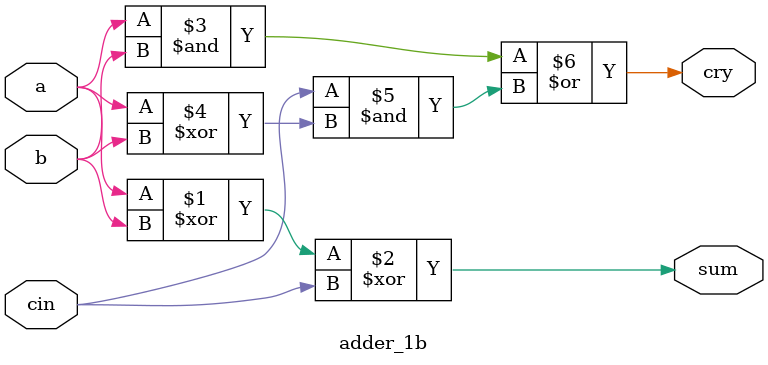
<source format=v>
/* Chen Grapel. Logic Design Course Exercise 1 (part B): 1-bit adder. Filename: SEC2_A.v */
`timescale 1ns / 100ps// result evaluated every 1nsec with 100psec resolution

module adder_1b(input a,b,cin,output sum,cry);// module name and ports list

	// implementations of 1bit adder logic functions:
	assign sum=(a^b^cin);
	assign cry=((a&b)|(cin&(a^b)));
	
endmodule

</source>
